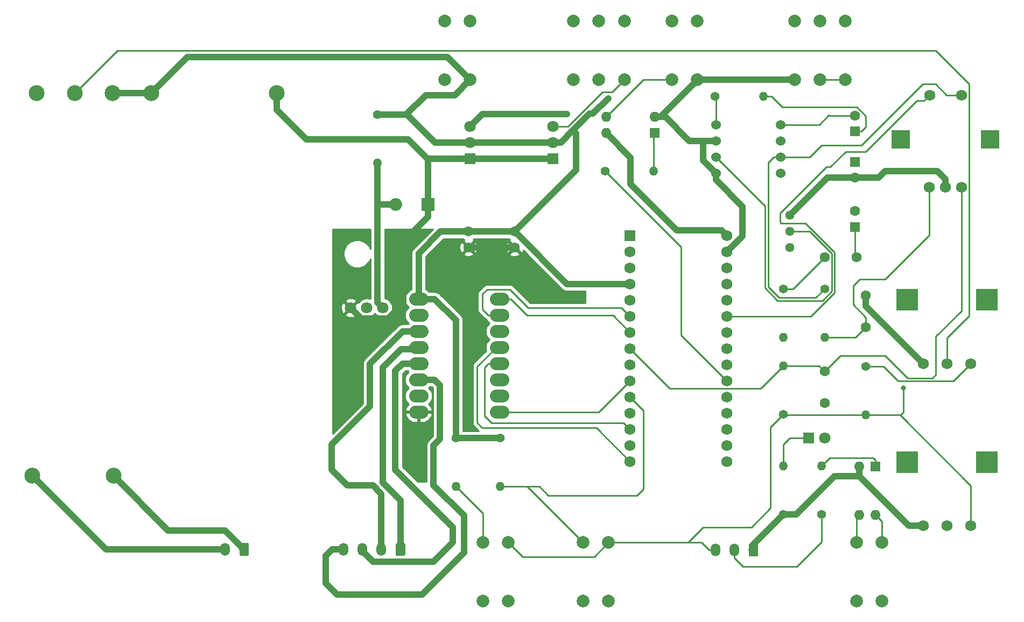
<source format=gbr>
G04 #@! TF.GenerationSoftware,KiCad,Pcbnew,(5.1.4)-1*
G04 #@! TF.CreationDate,2019-11-18T18:48:44+01:00*
G04 #@! TF.ProjectId,upuaut_2Nils,75707561-7574-45f3-924e-696c732e6b69,rev?*
G04 #@! TF.SameCoordinates,Original*
G04 #@! TF.FileFunction,Copper,L1,Top*
G04 #@! TF.FilePolarity,Positive*
%FSLAX46Y46*%
G04 Gerber Fmt 4.6, Leading zero omitted, Abs format (unit mm)*
G04 Created by KiCad (PCBNEW (5.1.4)-1) date 2019-11-18 18:48:44*
%MOMM*%
%LPD*%
G04 APERTURE LIST*
%ADD10O,1.500000X2.020000*%
%ADD11C,0.100000*%
%ADD12C,1.500000*%
%ADD13C,1.800000*%
%ADD14C,2.000000*%
%ADD15R,3.500000X3.500000*%
%ADD16C,1.750000*%
%ADD17R,1.727200X1.727200*%
%ADD18C,1.727200*%
%ADD19O,1.600000X1.600000*%
%ADD20R,1.600000X1.600000*%
%ADD21O,3.048000X2.032000*%
%ADD22C,1.524000*%
%ADD23R,3.000000X3.000000*%
%ADD24R,1.800000X1.800000*%
%ADD25C,2.500000*%
%ADD26C,1.440000*%
%ADD27O,1.400000X1.400000*%
%ADD28C,1.400000*%
%ADD29C,1.600000*%
%ADD30O,2.000000X2.000000*%
%ADD31R,2.000000X2.000000*%
%ADD32C,0.800000*%
%ADD33C,1.000000*%
%ADD34C,0.250000*%
%ADD35C,0.254000*%
G04 APERTURE END LIST*
D10*
X120300000Y-135700000D03*
X123300000Y-135700000D03*
X126300000Y-135700000D03*
D11*
G36*
X129824504Y-134691204D02*
G01*
X129848773Y-134694804D01*
X129872571Y-134700765D01*
X129895671Y-134709030D01*
X129917849Y-134719520D01*
X129938893Y-134732133D01*
X129958598Y-134746747D01*
X129976777Y-134763223D01*
X129993253Y-134781402D01*
X130007867Y-134801107D01*
X130020480Y-134822151D01*
X130030970Y-134844329D01*
X130039235Y-134867429D01*
X130045196Y-134891227D01*
X130048796Y-134915496D01*
X130050000Y-134940000D01*
X130050000Y-136460000D01*
X130048796Y-136484504D01*
X130045196Y-136508773D01*
X130039235Y-136532571D01*
X130030970Y-136555671D01*
X130020480Y-136577849D01*
X130007867Y-136598893D01*
X129993253Y-136618598D01*
X129976777Y-136636777D01*
X129958598Y-136653253D01*
X129938893Y-136667867D01*
X129917849Y-136680480D01*
X129895671Y-136690970D01*
X129872571Y-136699235D01*
X129848773Y-136705196D01*
X129824504Y-136708796D01*
X129800000Y-136710000D01*
X128800000Y-136710000D01*
X128775496Y-136708796D01*
X128751227Y-136705196D01*
X128727429Y-136699235D01*
X128704329Y-136690970D01*
X128682151Y-136680480D01*
X128661107Y-136667867D01*
X128641402Y-136653253D01*
X128623223Y-136636777D01*
X128606747Y-136618598D01*
X128592133Y-136598893D01*
X128579520Y-136577849D01*
X128569030Y-136555671D01*
X128560765Y-136532571D01*
X128554804Y-136508773D01*
X128551204Y-136484504D01*
X128550000Y-136460000D01*
X128550000Y-134940000D01*
X128551204Y-134915496D01*
X128554804Y-134891227D01*
X128560765Y-134867429D01*
X128569030Y-134844329D01*
X128579520Y-134822151D01*
X128592133Y-134801107D01*
X128606747Y-134781402D01*
X128623223Y-134763223D01*
X128641402Y-134746747D01*
X128661107Y-134732133D01*
X128682151Y-134719520D01*
X128704329Y-134709030D01*
X128727429Y-134700765D01*
X128751227Y-134694804D01*
X128775496Y-134691204D01*
X128800000Y-134690000D01*
X129800000Y-134690000D01*
X129824504Y-134691204D01*
X129824504Y-134691204D01*
G37*
D12*
X129300000Y-135700000D03*
D10*
X101700000Y-135700000D03*
D11*
G36*
X105224504Y-134691204D02*
G01*
X105248773Y-134694804D01*
X105272571Y-134700765D01*
X105295671Y-134709030D01*
X105317849Y-134719520D01*
X105338893Y-134732133D01*
X105358598Y-134746747D01*
X105376777Y-134763223D01*
X105393253Y-134781402D01*
X105407867Y-134801107D01*
X105420480Y-134822151D01*
X105430970Y-134844329D01*
X105439235Y-134867429D01*
X105445196Y-134891227D01*
X105448796Y-134915496D01*
X105450000Y-134940000D01*
X105450000Y-136460000D01*
X105448796Y-136484504D01*
X105445196Y-136508773D01*
X105439235Y-136532571D01*
X105430970Y-136555671D01*
X105420480Y-136577849D01*
X105407867Y-136598893D01*
X105393253Y-136618598D01*
X105376777Y-136636777D01*
X105358598Y-136653253D01*
X105338893Y-136667867D01*
X105317849Y-136680480D01*
X105295671Y-136690970D01*
X105272571Y-136699235D01*
X105248773Y-136705196D01*
X105224504Y-136708796D01*
X105200000Y-136710000D01*
X104200000Y-136710000D01*
X104175496Y-136708796D01*
X104151227Y-136705196D01*
X104127429Y-136699235D01*
X104104329Y-136690970D01*
X104082151Y-136680480D01*
X104061107Y-136667867D01*
X104041402Y-136653253D01*
X104023223Y-136636777D01*
X104006747Y-136618598D01*
X103992133Y-136598893D01*
X103979520Y-136577849D01*
X103969030Y-136555671D01*
X103960765Y-136532571D01*
X103954804Y-136508773D01*
X103951204Y-136484504D01*
X103950000Y-136460000D01*
X103950000Y-134940000D01*
X103951204Y-134915496D01*
X103954804Y-134891227D01*
X103960765Y-134867429D01*
X103969030Y-134844329D01*
X103979520Y-134822151D01*
X103992133Y-134801107D01*
X104006747Y-134781402D01*
X104023223Y-134763223D01*
X104041402Y-134746747D01*
X104061107Y-134732133D01*
X104082151Y-134719520D01*
X104104329Y-134709030D01*
X104127429Y-134700765D01*
X104151227Y-134694804D01*
X104175496Y-134691204D01*
X104200000Y-134690000D01*
X105200000Y-134690000D01*
X105224504Y-134691204D01*
X105224504Y-134691204D01*
G37*
D12*
X104700000Y-135700000D03*
D10*
X178800000Y-135800000D03*
X181800000Y-135800000D03*
D11*
G36*
X185324504Y-134791204D02*
G01*
X185348773Y-134794804D01*
X185372571Y-134800765D01*
X185395671Y-134809030D01*
X185417849Y-134819520D01*
X185438893Y-134832133D01*
X185458598Y-134846747D01*
X185476777Y-134863223D01*
X185493253Y-134881402D01*
X185507867Y-134901107D01*
X185520480Y-134922151D01*
X185530970Y-134944329D01*
X185539235Y-134967429D01*
X185545196Y-134991227D01*
X185548796Y-135015496D01*
X185550000Y-135040000D01*
X185550000Y-136560000D01*
X185548796Y-136584504D01*
X185545196Y-136608773D01*
X185539235Y-136632571D01*
X185530970Y-136655671D01*
X185520480Y-136677849D01*
X185507867Y-136698893D01*
X185493253Y-136718598D01*
X185476777Y-136736777D01*
X185458598Y-136753253D01*
X185438893Y-136767867D01*
X185417849Y-136780480D01*
X185395671Y-136790970D01*
X185372571Y-136799235D01*
X185348773Y-136805196D01*
X185324504Y-136808796D01*
X185300000Y-136810000D01*
X184300000Y-136810000D01*
X184275496Y-136808796D01*
X184251227Y-136805196D01*
X184227429Y-136799235D01*
X184204329Y-136790970D01*
X184182151Y-136780480D01*
X184161107Y-136767867D01*
X184141402Y-136753253D01*
X184123223Y-136736777D01*
X184106747Y-136718598D01*
X184092133Y-136698893D01*
X184079520Y-136677849D01*
X184069030Y-136655671D01*
X184060765Y-136632571D01*
X184054804Y-136608773D01*
X184051204Y-136584504D01*
X184050000Y-136560000D01*
X184050000Y-135040000D01*
X184051204Y-135015496D01*
X184054804Y-134991227D01*
X184060765Y-134967429D01*
X184069030Y-134944329D01*
X184079520Y-134922151D01*
X184092133Y-134901107D01*
X184106747Y-134881402D01*
X184123223Y-134863223D01*
X184141402Y-134846747D01*
X184161107Y-134832133D01*
X184182151Y-134819520D01*
X184204329Y-134809030D01*
X184227429Y-134800765D01*
X184251227Y-134794804D01*
X184275496Y-134791204D01*
X184300000Y-134790000D01*
X185300000Y-134790000D01*
X185324504Y-134791204D01*
X185324504Y-134791204D01*
G37*
D12*
X184800000Y-135800000D03*
D13*
X121460000Y-97700000D03*
X124000000Y-97700000D03*
X126540000Y-97700000D03*
D14*
X160500000Y-61800000D03*
X160500000Y-52600000D03*
X156500000Y-61800000D03*
X164500000Y-61800000D03*
X156500000Y-52600000D03*
X164500000Y-52600000D03*
D15*
X221550000Y-96450000D03*
X208950000Y-96450000D03*
D16*
X211500000Y-106450000D03*
X215250000Y-106450000D03*
X219000000Y-106450000D03*
D17*
X165380000Y-86330000D03*
D18*
X165380000Y-88870000D03*
X165380000Y-91410000D03*
X165380000Y-93950000D03*
X165380000Y-96490000D03*
X165380000Y-99030000D03*
X165380000Y-101570000D03*
X165380000Y-104110000D03*
X165380000Y-106650000D03*
X165380000Y-109190000D03*
X165380000Y-111730000D03*
X165380000Y-114270000D03*
X165380000Y-116810000D03*
X165380000Y-119350000D03*
X165380000Y-121890000D03*
X180620000Y-121890000D03*
X180620000Y-119350000D03*
X180620000Y-116810000D03*
X180620000Y-114270000D03*
X180620000Y-111730000D03*
X180620000Y-109190000D03*
X180620000Y-106650000D03*
X180620000Y-104110000D03*
X180620000Y-101570000D03*
X180620000Y-99030000D03*
X180620000Y-96490000D03*
X180620000Y-93950000D03*
X180620000Y-91410000D03*
X180620000Y-88870000D03*
X180620000Y-86330000D03*
D14*
X172000000Y-61800000D03*
X176000000Y-61800000D03*
X172000000Y-52600000D03*
X176000000Y-52600000D03*
D19*
X204000000Y-130320000D03*
X201460000Y-122700000D03*
X201460000Y-130320000D03*
D20*
X204000000Y-122700000D03*
D14*
X162000000Y-134600000D03*
X158000000Y-134600000D03*
X162000000Y-143800000D03*
X158000000Y-143800000D03*
X146250000Y-134600000D03*
X142250000Y-134600000D03*
X146250000Y-143800000D03*
X142250000Y-143800000D03*
X136250000Y-61800000D03*
X140250000Y-61800000D03*
X136250000Y-52600000D03*
X140250000Y-52600000D03*
X205000000Y-134600000D03*
X201000000Y-134600000D03*
X205000000Y-143800000D03*
X201000000Y-143800000D03*
X195250000Y-61800000D03*
X195250000Y-52600000D03*
X191250000Y-61800000D03*
X199250000Y-61800000D03*
X191250000Y-52600000D03*
X199250000Y-52600000D03*
D21*
X144850000Y-96310000D03*
X144850000Y-98850000D03*
X144850000Y-101390000D03*
X144850000Y-103930000D03*
X144850000Y-106470000D03*
X144850000Y-109010000D03*
X144850000Y-111550000D03*
X144850000Y-114090000D03*
X132150000Y-114090000D03*
X132150000Y-111550000D03*
X132150000Y-109010000D03*
X132150000Y-106470000D03*
X132150000Y-103930000D03*
X132150000Y-101390000D03*
X132150000Y-98850000D03*
X132150000Y-96310000D03*
D22*
X189080000Y-68870000D03*
X189080000Y-71410000D03*
X189080000Y-73950000D03*
X189080000Y-76490000D03*
X178920000Y-76490000D03*
X178920000Y-73950000D03*
X178920000Y-71410000D03*
X178920000Y-68870000D03*
D16*
X212500000Y-64200000D03*
X217500000Y-64200000D03*
D23*
X222000000Y-71200000D03*
X208000000Y-71200000D03*
D16*
X215000000Y-78700000D03*
X217540000Y-78700000D03*
X212460000Y-78700000D03*
D15*
X221550000Y-121950000D03*
X208950000Y-121950000D03*
D16*
X211500000Y-131950000D03*
X215250000Y-131950000D03*
X219000000Y-131950000D03*
D24*
X153250000Y-74200000D03*
D13*
X153250000Y-71660000D03*
X153250000Y-69120000D03*
D24*
X140250000Y-74200000D03*
D13*
X140250000Y-71660000D03*
X140250000Y-69120000D03*
D19*
X161630000Y-70200000D03*
X169250000Y-67660000D03*
X161630000Y-67660000D03*
D20*
X169250000Y-70200000D03*
D25*
X84150000Y-124100000D03*
X71400000Y-124100000D03*
X109850000Y-63900000D03*
X90100000Y-63900000D03*
X84050000Y-63900000D03*
X78050000Y-63900000D03*
X72050000Y-63900000D03*
D26*
X190500000Y-83120000D03*
X190500000Y-85660000D03*
X190500000Y-88200000D03*
D27*
X202500000Y-114570000D03*
D28*
X202500000Y-106950000D03*
D27*
X125700000Y-74920000D03*
D28*
X125700000Y-67300000D03*
D27*
X195500000Y-122580000D03*
D28*
X195500000Y-130200000D03*
D27*
X189500000Y-106830000D03*
D28*
X189500000Y-114450000D03*
D27*
X186370000Y-64450000D03*
D28*
X178750000Y-64450000D03*
D27*
X189500000Y-102320000D03*
D28*
X189500000Y-94700000D03*
D27*
X189500000Y-122580000D03*
D28*
X189500000Y-130200000D03*
D27*
X145000000Y-125820000D03*
D28*
X145000000Y-118200000D03*
D27*
X138000000Y-125820000D03*
D28*
X138000000Y-118200000D03*
D27*
X169120000Y-76200000D03*
D28*
X161500000Y-76200000D03*
D27*
X196000000Y-102320000D03*
D28*
X196000000Y-94700000D03*
D29*
X140000000Y-85700000D03*
X140000000Y-88200000D03*
X147250000Y-85700000D03*
X147250000Y-88200000D03*
D30*
X128520000Y-81400000D03*
D31*
X133600000Y-81400000D03*
D13*
X196040000Y-118200000D03*
D24*
X193500000Y-118200000D03*
D29*
X200750000Y-77200000D03*
D20*
X200750000Y-74700000D03*
D29*
X200750000Y-82450000D03*
D20*
X200750000Y-84950000D03*
D29*
X196000000Y-89700000D03*
X201000000Y-89700000D03*
X200750000Y-67450000D03*
D20*
X200750000Y-69950000D03*
D29*
X196000000Y-112700000D03*
X196000000Y-107700000D03*
X202500000Y-100700000D03*
X202500000Y-95700000D03*
D32*
X183100000Y-81747630D03*
X162000000Y-64700000D03*
X208396154Y-110303846D03*
X155500000Y-67200000D03*
D33*
X84050000Y-63900000D02*
X90100000Y-63900000D01*
X134710000Y-71660000D02*
X140250000Y-71660000D01*
X130250000Y-67200000D02*
X134710000Y-71660000D01*
X140250000Y-71660000D02*
X153250000Y-71660000D01*
X170960000Y-67660000D02*
X174710000Y-71410000D01*
X153250000Y-71660000D02*
X154522792Y-71660000D01*
X140250000Y-61800000D02*
X137850000Y-64200000D01*
X133250000Y-64200000D02*
X130250000Y-67200000D01*
X137850000Y-64200000D02*
X133250000Y-64200000D01*
X91349999Y-62650001D02*
X90100000Y-63900000D01*
X95800000Y-58200000D02*
X91349999Y-62650001D01*
X136650000Y-58200000D02*
X95800000Y-58200000D01*
X140250000Y-61800000D02*
X136650000Y-58200000D01*
X145000000Y-118200000D02*
X138000000Y-118200000D01*
X211500000Y-131950000D02*
X209250000Y-131950000D01*
X201460000Y-124160000D02*
X201460000Y-122700000D01*
X209250000Y-131950000D02*
X201460000Y-124160000D01*
X189500000Y-130200000D02*
X191500000Y-130200000D01*
X197540000Y-124160000D02*
X201460000Y-124160000D01*
X191500000Y-130200000D02*
X197540000Y-124160000D01*
X202500000Y-97450000D02*
X211500000Y-106450000D01*
X202500000Y-95700000D02*
X202500000Y-97450000D01*
X215000000Y-77462564D02*
X213737436Y-76200000D01*
X215000000Y-78700000D02*
X215000000Y-77462564D01*
X213737436Y-76200000D02*
X205500000Y-76200000D01*
X204500000Y-77200000D02*
X200750000Y-77200000D01*
X205500000Y-76200000D02*
X204500000Y-77200000D01*
X176020000Y-61800000D02*
X191250000Y-61800000D01*
X170160000Y-67660000D02*
X176020000Y-61800000D01*
X170160000Y-67660000D02*
X170960000Y-67660000D01*
X169250000Y-67660000D02*
X170160000Y-67660000D01*
X140000000Y-85700000D02*
X135600000Y-85700000D01*
X132150000Y-89150000D02*
X132150000Y-96310000D01*
X135600000Y-85700000D02*
X132150000Y-89150000D01*
X140000000Y-85700000D02*
X147250000Y-85700000D01*
X134674000Y-96310000D02*
X132150000Y-96310000D01*
X138000000Y-99636000D02*
X134674000Y-96310000D01*
X138000000Y-118200000D02*
X138000000Y-99636000D01*
X155500000Y-93950000D02*
X147250000Y-85700000D01*
X165380000Y-93950000D02*
X155500000Y-93950000D01*
X176890000Y-74460000D02*
X178920000Y-76490000D01*
X176890000Y-71410000D02*
X176890000Y-74460000D01*
X176890000Y-71410000D02*
X178920000Y-71410000D01*
X174710000Y-71410000D02*
X176890000Y-71410000D01*
X178920000Y-77567630D02*
X183100000Y-81747630D01*
X178920000Y-76490000D02*
X178920000Y-77567630D01*
X183100000Y-86390000D02*
X180620000Y-88870000D01*
X183100000Y-81747630D02*
X183100000Y-86390000D01*
X196420000Y-77200000D02*
X200750000Y-77200000D01*
X190500000Y-83120000D02*
X196420000Y-77200000D01*
X147250000Y-85700000D02*
X156950000Y-76000000D01*
X156950000Y-70250000D02*
X156441396Y-69741396D01*
X156950000Y-76000000D02*
X156950000Y-70250000D01*
X154522792Y-71660000D02*
X156441396Y-69741396D01*
X156441396Y-69741396D02*
X159040000Y-67142792D01*
X161974990Y-64725010D02*
X162000000Y-64725010D01*
X159040000Y-67142792D02*
X159557208Y-67142792D01*
X159557208Y-67142792D02*
X161974990Y-64725010D01*
X130150000Y-67300000D02*
X125700000Y-67300000D01*
X130250000Y-67200000D02*
X130150000Y-67300000D01*
X184800000Y-134900000D02*
X189500000Y-130200000D01*
X184800000Y-135800000D02*
X184800000Y-134900000D01*
D34*
X200880000Y-102320000D02*
X196000000Y-102320000D01*
X202500000Y-100700000D02*
X200880000Y-102320000D01*
X202500000Y-100700000D02*
X202500000Y-99200000D01*
X202500000Y-99200000D02*
X200500000Y-97200000D01*
X200500000Y-97200000D02*
X200500000Y-95738998D01*
X200500000Y-95738998D02*
X200500000Y-94200000D01*
X200500000Y-94200000D02*
X201500000Y-93200000D01*
X201500000Y-93200000D02*
X205500000Y-93200000D01*
X205500000Y-93200000D02*
X208500000Y-90200000D01*
X212460000Y-86240000D02*
X212460000Y-79240000D01*
X208500000Y-90200000D02*
X212460000Y-86240000D01*
X212460000Y-79240000D02*
X212500000Y-79200000D01*
X195130000Y-106830000D02*
X189500000Y-106830000D01*
X196000000Y-107700000D02*
X195130000Y-106830000D01*
X217540000Y-79240000D02*
X217540000Y-78700000D01*
X213500000Y-102200000D02*
X217540000Y-98160000D01*
X217540000Y-98160000D02*
X217540000Y-79240000D01*
X198500000Y-105200000D02*
X205500000Y-105200000D01*
X196000000Y-107700000D02*
X198500000Y-105200000D01*
X205500000Y-105200000D02*
X209049990Y-108749990D01*
X209049990Y-108749990D02*
X212950010Y-108749990D01*
X212950010Y-108749990D02*
X213500000Y-108200000D01*
X213500000Y-108200000D02*
X213500000Y-102200000D01*
X188800001Y-107529999D02*
X189500000Y-106830000D01*
X185951399Y-110378601D02*
X188800001Y-107529999D01*
X171648601Y-110378601D02*
X185951399Y-110378601D01*
X165380000Y-104110000D02*
X171648601Y-110378601D01*
X201800000Y-69950000D02*
X202500000Y-69250000D01*
X200750000Y-69950000D02*
X201800000Y-69950000D01*
X202500000Y-67534998D02*
X201065002Y-66100000D01*
X202500000Y-69250000D02*
X202500000Y-67534998D01*
X201065002Y-66100000D02*
X189300000Y-66100000D01*
X187650000Y-64450000D02*
X186370000Y-64450000D01*
X189300000Y-66100000D02*
X187650000Y-64450000D01*
X189080000Y-68870000D02*
X195170000Y-68870000D01*
X195170000Y-68870000D02*
X196640000Y-67400000D01*
X196690000Y-67450000D02*
X200750000Y-67450000D01*
X196640000Y-67400000D02*
X196690000Y-67450000D01*
X200750000Y-89450000D02*
X201000000Y-89700000D01*
X200750000Y-84950000D02*
X200750000Y-89450000D01*
X191000000Y-94700000D02*
X196000000Y-89700000D01*
X189500000Y-94700000D02*
X191000000Y-94700000D01*
X195250000Y-61800000D02*
X199250000Y-61800000D01*
X189500000Y-122580000D02*
X189500000Y-119200000D01*
X190500000Y-118200000D02*
X193500000Y-118200000D01*
X189500000Y-119200000D02*
X190500000Y-118200000D01*
D33*
X124250000Y-71200000D02*
X130500000Y-71200000D01*
X133500000Y-74200000D02*
X140250000Y-74200000D01*
X130500000Y-71200000D02*
X133500000Y-74200000D01*
X142150000Y-74200000D02*
X153250000Y-74200000D01*
X140250000Y-74200000D02*
X142150000Y-74200000D01*
X120500000Y-71200000D02*
X124250000Y-71200000D01*
X147250000Y-88200000D02*
X140000000Y-88200000D01*
X109850000Y-66550000D02*
X114500000Y-71200000D01*
X109850000Y-63900000D02*
X109850000Y-66550000D01*
X114500000Y-71200000D02*
X120500000Y-71200000D01*
X133600000Y-74300000D02*
X133500000Y-74200000D01*
X133600000Y-81400000D02*
X133600000Y-74300000D01*
X133600000Y-83400000D02*
X133600000Y-81400000D01*
X129725990Y-87274010D02*
X133600000Y-83400000D01*
X129725990Y-96973772D02*
X129725990Y-87274010D01*
X127337761Y-99362001D02*
X129725990Y-96973772D01*
X123122001Y-99362001D02*
X127337761Y-99362001D01*
X121460000Y-97700000D02*
X123122001Y-99362001D01*
X125700000Y-96860000D02*
X126540000Y-97700000D01*
X127105787Y-81400000D02*
X125700000Y-81400000D01*
X128520000Y-81400000D02*
X127105787Y-81400000D01*
X125700000Y-74920000D02*
X125700000Y-81400000D01*
X125700000Y-81400000D02*
X125700000Y-96860000D01*
D34*
X146250000Y-134600000D02*
X148500000Y-136850000D01*
X159750000Y-136850000D02*
X162000000Y-134600000D01*
X148500000Y-136850000D02*
X159750000Y-136850000D01*
X162000000Y-134600000D02*
X174500000Y-134600000D01*
X202500000Y-114570000D02*
X207870000Y-114570000D01*
X219000000Y-125700000D02*
X219000000Y-131950000D01*
X207870000Y-114570000D02*
X219000000Y-125700000D01*
X187500000Y-116450000D02*
X189500000Y-114450000D01*
X187500000Y-129200000D02*
X187500000Y-116450000D01*
X184500000Y-132200000D02*
X187500000Y-129200000D01*
X174500000Y-134600000D02*
X176900000Y-132200000D01*
X176900000Y-132200000D02*
X184500000Y-132200000D01*
X189620000Y-114570000D02*
X189500000Y-114450000D01*
X202500000Y-114570000D02*
X189620000Y-114570000D01*
X188002370Y-73950000D02*
X187100000Y-74852370D01*
X189080000Y-73950000D02*
X188002370Y-73950000D01*
X187100000Y-74852370D02*
X187100000Y-94400000D01*
X187100000Y-94400000D02*
X188800000Y-96100000D01*
X194600000Y-96100000D02*
X196000000Y-94700000D01*
X188800000Y-96100000D02*
X194600000Y-96100000D01*
X193650000Y-73950000D02*
X189080000Y-73950000D01*
X215200000Y-64200000D02*
X213500000Y-62500000D01*
X213500000Y-62500000D02*
X211400000Y-62500000D01*
X211400000Y-62500000D02*
X201800000Y-72100000D01*
X201800000Y-72100000D02*
X195500000Y-72100000D01*
X217500000Y-64200000D02*
X215200000Y-64200000D01*
X195500000Y-72100000D02*
X193650000Y-73950000D01*
X155613210Y-69120000D02*
X161033210Y-63700000D01*
X153250000Y-69120000D02*
X155613210Y-69120000D01*
X162600000Y-63700000D02*
X164500000Y-61800000D01*
X161033210Y-63700000D02*
X162600000Y-63700000D01*
X208396154Y-110303846D02*
X208396154Y-114103846D01*
X207930000Y-114570000D02*
X207870000Y-114570000D01*
X208396154Y-114103846D02*
X207930000Y-114570000D01*
X176600000Y-134600000D02*
X174500000Y-134600000D01*
X177800000Y-135800000D02*
X176600000Y-134600000D01*
X178800000Y-135800000D02*
X177800000Y-135800000D01*
X169120000Y-70330000D02*
X169250000Y-70200000D01*
X169120000Y-76200000D02*
X169120000Y-70330000D01*
X161500000Y-76200000D02*
X173400000Y-88100000D01*
X173400000Y-101970000D02*
X180620000Y-109190000D01*
X173400000Y-88100000D02*
X173400000Y-101970000D01*
X142250000Y-130070000D02*
X138000000Y-125820000D01*
X142250000Y-134600000D02*
X142250000Y-130070000D01*
X149220000Y-125820000D02*
X158000000Y-134600000D01*
X145000000Y-125820000D02*
X149220000Y-125820000D01*
X165380000Y-111730000D02*
X167500000Y-113850000D01*
X167500000Y-113850000D02*
X167500000Y-126200000D01*
X167500000Y-126200000D02*
X166500000Y-127200000D01*
X166500000Y-127200000D02*
X152500000Y-127200000D01*
X151120000Y-125820000D02*
X149220000Y-125820000D01*
X152500000Y-127200000D02*
X151120000Y-125820000D01*
X178920000Y-64620000D02*
X178750000Y-64450000D01*
X178920000Y-68870000D02*
X178920000Y-64620000D01*
X204000000Y-121650000D02*
X203650000Y-121300000D01*
X204000000Y-122700000D02*
X204000000Y-121650000D01*
X196780000Y-121300000D02*
X195500000Y-122580000D01*
X203650000Y-121300000D02*
X196780000Y-121300000D01*
X181800000Y-137060000D02*
X183140000Y-138400000D01*
X181800000Y-135800000D02*
X181800000Y-137060000D01*
X183140000Y-138400000D02*
X191600000Y-138400000D01*
X195500000Y-134500000D02*
X195500000Y-130200000D01*
X191600000Y-138400000D02*
X195500000Y-134500000D01*
X202500000Y-106950000D02*
X205250000Y-106950000D01*
X205250000Y-106950000D02*
X207500000Y-109200000D01*
X216250000Y-109200000D02*
X219000000Y-106450000D01*
X207500000Y-109200000D02*
X216250000Y-109200000D01*
X191518233Y-85660000D02*
X190500000Y-85660000D01*
X193625002Y-85660000D02*
X191518233Y-85660000D01*
X195666992Y-96550010D02*
X197125001Y-95092001D01*
X197125001Y-89159999D02*
X193625002Y-85660000D01*
X188613600Y-96550010D02*
X195666992Y-96550010D01*
X186649991Y-94586401D02*
X188613600Y-96550010D01*
X197125001Y-95092001D02*
X197125001Y-89159999D01*
X186649990Y-81679990D02*
X186649991Y-94586401D01*
X178920000Y-73950000D02*
X186649990Y-81679990D01*
X84775010Y-57174990D02*
X213474990Y-57174990D01*
X78050000Y-63900000D02*
X84775010Y-57174990D01*
X218740001Y-62440001D02*
X218740001Y-98959999D01*
X213474990Y-57174990D02*
X218740001Y-62440001D01*
X215250000Y-102450000D02*
X215250000Y-106450000D01*
X218740001Y-98959999D02*
X215250000Y-102450000D01*
D33*
X83000000Y-135700000D02*
X101700000Y-135700000D01*
X71400000Y-124100000D02*
X83000000Y-135700000D01*
X84150000Y-124100000D02*
X92749999Y-132699999D01*
X101699999Y-132699999D02*
X104700000Y-135700000D01*
X92749999Y-132699999D02*
X101699999Y-132699999D01*
D34*
X167490000Y-61800000D02*
X161630000Y-67660000D01*
X172000000Y-61800000D02*
X167490000Y-61800000D01*
D33*
X179756401Y-85466401D02*
X172766401Y-85466401D01*
X180620000Y-86330000D02*
X179756401Y-85466401D01*
X172766401Y-85466401D02*
X165500000Y-78200000D01*
X165500000Y-74070000D02*
X161630000Y-70200000D01*
X165500000Y-78200000D02*
X165500000Y-74070000D01*
X140250000Y-69120000D02*
X142170000Y-67200000D01*
X142170000Y-67200000D02*
X155500000Y-67200000D01*
X134674000Y-109010000D02*
X132150000Y-109010000D01*
X135500000Y-109836000D02*
X134674000Y-109010000D01*
X135500000Y-118331998D02*
X135500000Y-109836000D01*
X134500000Y-119331998D02*
X135500000Y-118331998D01*
X139300000Y-130400000D02*
X134500000Y-125600000D01*
X134500000Y-125600000D02*
X134500000Y-119331998D01*
X118550000Y-135700000D02*
X117500000Y-136750000D01*
X120300000Y-135700000D02*
X118550000Y-135700000D01*
X117500000Y-136750000D02*
X117500000Y-141000000D01*
X117500000Y-141000000D02*
X119300000Y-142800000D01*
X119300000Y-142800000D02*
X132700000Y-142800000D01*
X132700000Y-142800000D02*
X139300000Y-136200000D01*
X139300000Y-136200000D02*
X139300000Y-130400000D01*
X129300000Y-134590000D02*
X129300000Y-135700000D01*
X129300000Y-128020088D02*
X129300000Y-134590000D01*
X132150000Y-103930000D02*
X131070000Y-103930000D01*
X131070000Y-103930000D02*
X130800000Y-104200000D01*
X130800000Y-104200000D02*
X129356000Y-104200000D01*
X129356000Y-104200000D02*
X126500000Y-107056000D01*
X126500000Y-107056000D02*
X126500000Y-125220088D01*
X126500000Y-125220088D02*
X129300000Y-128020088D01*
X124955510Y-125655510D02*
X120955510Y-125655510D01*
X120955510Y-125655510D02*
X118500000Y-123200000D01*
X118500000Y-123200000D02*
X118500000Y-119200000D01*
X118500000Y-119200000D02*
X124500000Y-113200000D01*
X129626000Y-101390000D02*
X132150000Y-101390000D01*
X124500000Y-106516000D02*
X129626000Y-101390000D01*
X124500000Y-113200000D02*
X124500000Y-106516000D01*
X126300000Y-127000000D02*
X126300000Y-135700000D01*
X124955510Y-125655510D02*
X126300000Y-127000000D01*
X128500000Y-107596000D02*
X129626000Y-106470000D01*
X128500000Y-123200000D02*
X128500000Y-107596000D01*
X123300000Y-135700000D02*
X123300000Y-135960000D01*
X124959999Y-137619999D02*
X134480001Y-137619999D01*
X123300000Y-135960000D02*
X124959999Y-137619999D01*
X134480001Y-137619999D02*
X137500000Y-134600000D01*
X129626000Y-106470000D02*
X132150000Y-106470000D01*
X137500000Y-134600000D02*
X137500000Y-132200000D01*
X137500000Y-132200000D02*
X128500000Y-123200000D01*
D34*
X197575010Y-95278402D02*
X193823412Y-99030000D01*
X197575011Y-88973599D02*
X197575010Y-95278402D01*
X192966413Y-84365001D02*
X197575011Y-88973599D01*
X189165001Y-84365001D02*
X192966413Y-84365001D01*
X189000000Y-82777398D02*
X189000000Y-84200000D01*
X196277398Y-75500000D02*
X189000000Y-82777398D01*
X189000000Y-84200000D02*
X189165001Y-84365001D01*
X211625001Y-65074999D02*
X210539999Y-65074999D01*
X212500000Y-64200000D02*
X211625001Y-65074999D01*
X210539999Y-65074999D02*
X202500000Y-73114998D01*
X202500000Y-73114998D02*
X199285002Y-73114998D01*
X193823412Y-99030000D02*
X180620000Y-99030000D01*
X199285002Y-73114998D02*
X196900000Y-75500000D01*
X196900000Y-75500000D02*
X196277398Y-75500000D01*
X160480000Y-114090000D02*
X165380000Y-109190000D01*
X144850000Y-114090000D02*
X160480000Y-114090000D01*
X143076000Y-106470000D02*
X142946000Y-106600000D01*
X144850000Y-106470000D02*
X143076000Y-106470000D01*
X142946000Y-106600000D02*
X142946000Y-106654000D01*
X142946000Y-106654000D02*
X142500000Y-107100000D01*
X142500000Y-107100000D02*
X142500000Y-114700000D01*
X142500000Y-114700000D02*
X143600000Y-115800000D01*
X164370000Y-115800000D02*
X165380000Y-116810000D01*
X143600000Y-115800000D02*
X164370000Y-115800000D01*
X144342000Y-103930000D02*
X141372000Y-106900000D01*
X144850000Y-103930000D02*
X144342000Y-103930000D01*
X141372000Y-106900000D02*
X141372000Y-115772000D01*
X141372000Y-115772000D02*
X142200000Y-116600000D01*
X160090000Y-116600000D02*
X165380000Y-121890000D01*
X142200000Y-116600000D02*
X160090000Y-116600000D01*
X164050000Y-97700000D02*
X165380000Y-99030000D01*
X143076000Y-98850000D02*
X142200000Y-97974000D01*
X144850000Y-98850000D02*
X143076000Y-98850000D01*
X149400000Y-97700000D02*
X164050000Y-97700000D01*
X142200000Y-97974000D02*
X142200000Y-95500000D01*
X142200000Y-95500000D02*
X142900000Y-94800000D01*
X142900000Y-94800000D02*
X146500000Y-94800000D01*
X146500000Y-94800000D02*
X149400000Y-97700000D01*
X146624000Y-96310000D02*
X149214000Y-98900000D01*
X144850000Y-96310000D02*
X146624000Y-96310000D01*
X162710000Y-98900000D02*
X165380000Y-101570000D01*
X149214000Y-98900000D02*
X162710000Y-98900000D01*
X201000000Y-130780000D02*
X201460000Y-130320000D01*
X201000000Y-134600000D02*
X201000000Y-130780000D01*
X205000000Y-131320000D02*
X204000000Y-130320000D01*
X205000000Y-134600000D02*
X205000000Y-131320000D01*
D35*
G36*
X130468918Y-107643082D02*
G01*
X130587014Y-107740000D01*
X130468918Y-107836918D01*
X130262602Y-108088316D01*
X130109295Y-108375133D01*
X130014889Y-108686347D01*
X129983012Y-109010000D01*
X130014889Y-109333653D01*
X130109295Y-109644867D01*
X130262602Y-109931684D01*
X130468918Y-110183082D01*
X130587014Y-110280000D01*
X130468918Y-110376918D01*
X130262602Y-110628316D01*
X130109295Y-110915133D01*
X130014889Y-111226347D01*
X129983012Y-111550000D01*
X130014889Y-111873653D01*
X130109295Y-112184867D01*
X130262602Y-112471684D01*
X130468918Y-112723082D01*
X130586225Y-112819353D01*
X130384764Y-113012369D01*
X130198686Y-113278350D01*
X130068074Y-113575522D01*
X130036025Y-113707056D01*
X130155164Y-113963000D01*
X132023000Y-113963000D01*
X132023000Y-113943000D01*
X132277000Y-113943000D01*
X132277000Y-113963000D01*
X134144836Y-113963000D01*
X134263975Y-113707056D01*
X134231926Y-113575522D01*
X134101314Y-113278350D01*
X133915236Y-113012369D01*
X133713775Y-112819353D01*
X133831082Y-112723082D01*
X134037398Y-112471684D01*
X134190705Y-112184867D01*
X134285111Y-111873653D01*
X134316988Y-111550000D01*
X134285111Y-111226347D01*
X134190705Y-110915133D01*
X134037398Y-110628316D01*
X133831082Y-110376918D01*
X133712986Y-110280000D01*
X133831082Y-110183082D01*
X133862335Y-110145000D01*
X134203869Y-110145000D01*
X134365001Y-110306133D01*
X134365000Y-117861866D01*
X133736859Y-118490007D01*
X133693552Y-118525549D01*
X133551717Y-118698375D01*
X133514265Y-118768444D01*
X133446324Y-118895552D01*
X133381423Y-119109500D01*
X133359509Y-119331998D01*
X133365001Y-119387759D01*
X133365000Y-125073000D01*
X131978131Y-125073000D01*
X129635000Y-122729869D01*
X129635000Y-114472944D01*
X130036025Y-114472944D01*
X130068074Y-114604478D01*
X130198686Y-114901650D01*
X130384764Y-115167631D01*
X130619157Y-115392199D01*
X130892857Y-115566724D01*
X131195346Y-115684500D01*
X131515000Y-115741000D01*
X132023000Y-115741000D01*
X132023000Y-114217000D01*
X132277000Y-114217000D01*
X132277000Y-115741000D01*
X132785000Y-115741000D01*
X133104654Y-115684500D01*
X133407143Y-115566724D01*
X133680843Y-115392199D01*
X133915236Y-115167631D01*
X134101314Y-114901650D01*
X134231926Y-114604478D01*
X134263975Y-114472944D01*
X134144836Y-114217000D01*
X132277000Y-114217000D01*
X132023000Y-114217000D01*
X130155164Y-114217000D01*
X130036025Y-114472944D01*
X129635000Y-114472944D01*
X129635000Y-108066131D01*
X130096132Y-107605000D01*
X130437665Y-107605000D01*
X130468918Y-107643082D01*
X130468918Y-107643082D01*
G37*
X130468918Y-107643082D02*
X130587014Y-107740000D01*
X130468918Y-107836918D01*
X130262602Y-108088316D01*
X130109295Y-108375133D01*
X130014889Y-108686347D01*
X129983012Y-109010000D01*
X130014889Y-109333653D01*
X130109295Y-109644867D01*
X130262602Y-109931684D01*
X130468918Y-110183082D01*
X130587014Y-110280000D01*
X130468918Y-110376918D01*
X130262602Y-110628316D01*
X130109295Y-110915133D01*
X130014889Y-111226347D01*
X129983012Y-111550000D01*
X130014889Y-111873653D01*
X130109295Y-112184867D01*
X130262602Y-112471684D01*
X130468918Y-112723082D01*
X130586225Y-112819353D01*
X130384764Y-113012369D01*
X130198686Y-113278350D01*
X130068074Y-113575522D01*
X130036025Y-113707056D01*
X130155164Y-113963000D01*
X132023000Y-113963000D01*
X132023000Y-113943000D01*
X132277000Y-113943000D01*
X132277000Y-113963000D01*
X134144836Y-113963000D01*
X134263975Y-113707056D01*
X134231926Y-113575522D01*
X134101314Y-113278350D01*
X133915236Y-113012369D01*
X133713775Y-112819353D01*
X133831082Y-112723082D01*
X134037398Y-112471684D01*
X134190705Y-112184867D01*
X134285111Y-111873653D01*
X134316988Y-111550000D01*
X134285111Y-111226347D01*
X134190705Y-110915133D01*
X134037398Y-110628316D01*
X133831082Y-110376918D01*
X133712986Y-110280000D01*
X133831082Y-110183082D01*
X133862335Y-110145000D01*
X134203869Y-110145000D01*
X134365001Y-110306133D01*
X134365000Y-117861866D01*
X133736859Y-118490007D01*
X133693552Y-118525549D01*
X133551717Y-118698375D01*
X133514265Y-118768444D01*
X133446324Y-118895552D01*
X133381423Y-119109500D01*
X133359509Y-119331998D01*
X133365001Y-119387759D01*
X133365000Y-125073000D01*
X131978131Y-125073000D01*
X129635000Y-122729869D01*
X129635000Y-114472944D01*
X130036025Y-114472944D01*
X130068074Y-114604478D01*
X130198686Y-114901650D01*
X130384764Y-115167631D01*
X130619157Y-115392199D01*
X130892857Y-115566724D01*
X131195346Y-115684500D01*
X131515000Y-115741000D01*
X132023000Y-115741000D01*
X132023000Y-114217000D01*
X132277000Y-114217000D01*
X132277000Y-115741000D01*
X132785000Y-115741000D01*
X133104654Y-115684500D01*
X133407143Y-115566724D01*
X133680843Y-115392199D01*
X133915236Y-115167631D01*
X134101314Y-114901650D01*
X134231926Y-114604478D01*
X134263975Y-114472944D01*
X134144836Y-114217000D01*
X132277000Y-114217000D01*
X132023000Y-114217000D01*
X130155164Y-114217000D01*
X130036025Y-114472944D01*
X129635000Y-114472944D01*
X129635000Y-108066131D01*
X130096132Y-107605000D01*
X130437665Y-107605000D01*
X130468918Y-107643082D01*
G36*
X124565000Y-88451156D02*
G01*
X124444636Y-88160570D01*
X124204488Y-87801163D01*
X123898837Y-87495512D01*
X123539430Y-87255364D01*
X123140078Y-87089947D01*
X122716128Y-87005618D01*
X122283872Y-87005618D01*
X121859922Y-87089947D01*
X121460570Y-87255364D01*
X121101163Y-87495512D01*
X120795512Y-87801163D01*
X120555364Y-88160570D01*
X120389947Y-88559922D01*
X120305618Y-88983872D01*
X120305618Y-89416128D01*
X120389947Y-89840078D01*
X120555364Y-90239430D01*
X120795512Y-90598837D01*
X121101163Y-90904488D01*
X121460570Y-91144636D01*
X121859922Y-91310053D01*
X122283872Y-91394382D01*
X122716128Y-91394382D01*
X123140078Y-91310053D01*
X123539430Y-91144636D01*
X123898837Y-90904488D01*
X124204488Y-90598837D01*
X124444636Y-90239430D01*
X124565001Y-89948844D01*
X124565001Y-96272559D01*
X124447743Y-96223989D01*
X124151184Y-96165000D01*
X123848816Y-96165000D01*
X123552257Y-96223989D01*
X123272905Y-96339701D01*
X123021495Y-96507688D01*
X122807688Y-96721495D01*
X122705049Y-96875105D01*
X122524080Y-96815525D01*
X121639605Y-97700000D01*
X122524080Y-98584475D01*
X122705049Y-98524895D01*
X122807688Y-98678505D01*
X123021495Y-98892312D01*
X123272905Y-99060299D01*
X123552257Y-99176011D01*
X123848816Y-99235000D01*
X124151184Y-99235000D01*
X124447743Y-99176011D01*
X124727095Y-99060299D01*
X124978505Y-98892312D01*
X125192312Y-98678505D01*
X125270000Y-98562237D01*
X125347688Y-98678505D01*
X125561495Y-98892312D01*
X125812905Y-99060299D01*
X126092257Y-99176011D01*
X126388816Y-99235000D01*
X126691184Y-99235000D01*
X126987743Y-99176011D01*
X127267095Y-99060299D01*
X127518505Y-98892312D01*
X127732312Y-98678505D01*
X127900299Y-98427095D01*
X128016011Y-98147743D01*
X128075000Y-97851184D01*
X128075000Y-97548816D01*
X128016011Y-97252257D01*
X127900299Y-96972905D01*
X127732312Y-96721495D01*
X127518505Y-96507688D01*
X127267095Y-96339701D01*
X126987743Y-96223989D01*
X126835000Y-96193607D01*
X126835000Y-85327000D01*
X134367868Y-85327000D01*
X131386865Y-88308004D01*
X131343551Y-88343551D01*
X131201716Y-88516377D01*
X131112672Y-88682969D01*
X131096324Y-88713554D01*
X131031423Y-88927502D01*
X131009509Y-89150000D01*
X131015000Y-89205752D01*
X131015001Y-94774908D01*
X131007133Y-94777295D01*
X130720316Y-94930602D01*
X130468918Y-95136918D01*
X130262602Y-95388316D01*
X130109295Y-95675133D01*
X130014889Y-95986347D01*
X129983012Y-96310000D01*
X130014889Y-96633653D01*
X130109295Y-96944867D01*
X130262602Y-97231684D01*
X130468918Y-97483082D01*
X130587014Y-97580000D01*
X130468918Y-97676918D01*
X130262602Y-97928316D01*
X130109295Y-98215133D01*
X130014889Y-98526347D01*
X129983012Y-98850000D01*
X130014889Y-99173653D01*
X130109295Y-99484867D01*
X130262602Y-99771684D01*
X130468918Y-100023082D01*
X130587014Y-100120000D01*
X130468918Y-100216918D01*
X130437665Y-100255000D01*
X129681752Y-100255000D01*
X129626000Y-100249509D01*
X129403501Y-100271423D01*
X129189553Y-100336324D01*
X128992377Y-100441716D01*
X128862856Y-100548011D01*
X128862854Y-100548013D01*
X128819551Y-100583551D01*
X128784013Y-100626854D01*
X123736860Y-105674009D01*
X123693552Y-105709551D01*
X123551717Y-105882377D01*
X123507541Y-105965026D01*
X123446324Y-106079554D01*
X123381423Y-106293502D01*
X123359509Y-106516000D01*
X123365001Y-106571761D01*
X123365000Y-112729868D01*
X118627000Y-117467869D01*
X118627000Y-98764080D01*
X120575525Y-98764080D01*
X120659208Y-99018261D01*
X120931775Y-99149158D01*
X121224642Y-99224365D01*
X121526553Y-99240991D01*
X121825907Y-99198397D01*
X122111199Y-99098222D01*
X122260792Y-99018261D01*
X122344475Y-98764080D01*
X121460000Y-97879605D01*
X120575525Y-98764080D01*
X118627000Y-98764080D01*
X118627000Y-97766553D01*
X119919009Y-97766553D01*
X119961603Y-98065907D01*
X120061778Y-98351199D01*
X120141739Y-98500792D01*
X120395920Y-98584475D01*
X121280395Y-97700000D01*
X120395920Y-96815525D01*
X120141739Y-96899208D01*
X120010842Y-97171775D01*
X119935635Y-97464642D01*
X119919009Y-97766553D01*
X118627000Y-97766553D01*
X118627000Y-96635920D01*
X120575525Y-96635920D01*
X121460000Y-97520395D01*
X122344475Y-96635920D01*
X122260792Y-96381739D01*
X121988225Y-96250842D01*
X121695358Y-96175635D01*
X121393447Y-96159009D01*
X121094093Y-96201603D01*
X120808801Y-96301778D01*
X120659208Y-96381739D01*
X120575525Y-96635920D01*
X118627000Y-96635920D01*
X118627000Y-85327000D01*
X124565000Y-85327000D01*
X124565000Y-88451156D01*
X124565000Y-88451156D01*
G37*
X124565000Y-88451156D02*
X124444636Y-88160570D01*
X124204488Y-87801163D01*
X123898837Y-87495512D01*
X123539430Y-87255364D01*
X123140078Y-87089947D01*
X122716128Y-87005618D01*
X122283872Y-87005618D01*
X121859922Y-87089947D01*
X121460570Y-87255364D01*
X121101163Y-87495512D01*
X120795512Y-87801163D01*
X120555364Y-88160570D01*
X120389947Y-88559922D01*
X120305618Y-88983872D01*
X120305618Y-89416128D01*
X120389947Y-89840078D01*
X120555364Y-90239430D01*
X120795512Y-90598837D01*
X121101163Y-90904488D01*
X121460570Y-91144636D01*
X121859922Y-91310053D01*
X122283872Y-91394382D01*
X122716128Y-91394382D01*
X123140078Y-91310053D01*
X123539430Y-91144636D01*
X123898837Y-90904488D01*
X124204488Y-90598837D01*
X124444636Y-90239430D01*
X124565001Y-89948844D01*
X124565001Y-96272559D01*
X124447743Y-96223989D01*
X124151184Y-96165000D01*
X123848816Y-96165000D01*
X123552257Y-96223989D01*
X123272905Y-96339701D01*
X123021495Y-96507688D01*
X122807688Y-96721495D01*
X122705049Y-96875105D01*
X122524080Y-96815525D01*
X121639605Y-97700000D01*
X122524080Y-98584475D01*
X122705049Y-98524895D01*
X122807688Y-98678505D01*
X123021495Y-98892312D01*
X123272905Y-99060299D01*
X123552257Y-99176011D01*
X123848816Y-99235000D01*
X124151184Y-99235000D01*
X124447743Y-99176011D01*
X124727095Y-99060299D01*
X124978505Y-98892312D01*
X125192312Y-98678505D01*
X125270000Y-98562237D01*
X125347688Y-98678505D01*
X125561495Y-98892312D01*
X125812905Y-99060299D01*
X126092257Y-99176011D01*
X126388816Y-99235000D01*
X126691184Y-99235000D01*
X126987743Y-99176011D01*
X127267095Y-99060299D01*
X127518505Y-98892312D01*
X127732312Y-98678505D01*
X127900299Y-98427095D01*
X128016011Y-98147743D01*
X128075000Y-97851184D01*
X128075000Y-97548816D01*
X128016011Y-97252257D01*
X127900299Y-96972905D01*
X127732312Y-96721495D01*
X127518505Y-96507688D01*
X127267095Y-96339701D01*
X126987743Y-96223989D01*
X126835000Y-96193607D01*
X126835000Y-85327000D01*
X134367868Y-85327000D01*
X131386865Y-88308004D01*
X131343551Y-88343551D01*
X131201716Y-88516377D01*
X131112672Y-88682969D01*
X131096324Y-88713554D01*
X131031423Y-88927502D01*
X131009509Y-89150000D01*
X131015000Y-89205752D01*
X131015001Y-94774908D01*
X131007133Y-94777295D01*
X130720316Y-94930602D01*
X130468918Y-95136918D01*
X130262602Y-95388316D01*
X130109295Y-95675133D01*
X130014889Y-95986347D01*
X129983012Y-96310000D01*
X130014889Y-96633653D01*
X130109295Y-96944867D01*
X130262602Y-97231684D01*
X130468918Y-97483082D01*
X130587014Y-97580000D01*
X130468918Y-97676918D01*
X130262602Y-97928316D01*
X130109295Y-98215133D01*
X130014889Y-98526347D01*
X129983012Y-98850000D01*
X130014889Y-99173653D01*
X130109295Y-99484867D01*
X130262602Y-99771684D01*
X130468918Y-100023082D01*
X130587014Y-100120000D01*
X130468918Y-100216918D01*
X130437665Y-100255000D01*
X129681752Y-100255000D01*
X129626000Y-100249509D01*
X129403501Y-100271423D01*
X129189553Y-100336324D01*
X128992377Y-100441716D01*
X128862856Y-100548011D01*
X128862854Y-100548013D01*
X128819551Y-100583551D01*
X128784013Y-100626854D01*
X123736860Y-105674009D01*
X123693552Y-105709551D01*
X123551717Y-105882377D01*
X123507541Y-105965026D01*
X123446324Y-106079554D01*
X123381423Y-106293502D01*
X123359509Y-106516000D01*
X123365001Y-106571761D01*
X123365000Y-112729868D01*
X118627000Y-117467869D01*
X118627000Y-98764080D01*
X120575525Y-98764080D01*
X120659208Y-99018261D01*
X120931775Y-99149158D01*
X121224642Y-99224365D01*
X121526553Y-99240991D01*
X121825907Y-99198397D01*
X122111199Y-99098222D01*
X122260792Y-99018261D01*
X122344475Y-98764080D01*
X121460000Y-97879605D01*
X120575525Y-98764080D01*
X118627000Y-98764080D01*
X118627000Y-97766553D01*
X119919009Y-97766553D01*
X119961603Y-98065907D01*
X120061778Y-98351199D01*
X120141739Y-98500792D01*
X120395920Y-98584475D01*
X121280395Y-97700000D01*
X120395920Y-96815525D01*
X120141739Y-96899208D01*
X120010842Y-97171775D01*
X119935635Y-97464642D01*
X119919009Y-97766553D01*
X118627000Y-97766553D01*
X118627000Y-96635920D01*
X120575525Y-96635920D01*
X121460000Y-97520395D01*
X122344475Y-96635920D01*
X122260792Y-96381739D01*
X121988225Y-96250842D01*
X121695358Y-96175635D01*
X121393447Y-96159009D01*
X121094093Y-96201603D01*
X120808801Y-96301778D01*
X120659208Y-96381739D01*
X120575525Y-96635920D01*
X118627000Y-96635920D01*
X118627000Y-85327000D01*
X124565000Y-85327000D01*
X124565000Y-88451156D01*
G36*
X139285869Y-86948692D02*
G01*
X139258486Y-86963329D01*
X139186903Y-87207298D01*
X140000000Y-88020395D01*
X140813097Y-87207298D01*
X140741514Y-86963329D01*
X140712659Y-86949676D01*
X140884284Y-86835000D01*
X146365716Y-86835000D01*
X146535869Y-86948692D01*
X146508486Y-86963329D01*
X146436903Y-87207298D01*
X147250000Y-88020395D01*
X147264143Y-88006253D01*
X147443748Y-88185858D01*
X147429605Y-88200000D01*
X148242702Y-89013097D01*
X148486671Y-88941514D01*
X148607571Y-88686004D01*
X148612241Y-88667373D01*
X154658009Y-94713141D01*
X154693551Y-94756449D01*
X154825852Y-94865026D01*
X154866377Y-94898284D01*
X155063553Y-95003676D01*
X155277501Y-95068577D01*
X155500000Y-95090491D01*
X155555752Y-95085000D01*
X158373000Y-95085000D01*
X158373000Y-96940000D01*
X149714802Y-96940000D01*
X147063804Y-94289003D01*
X147040001Y-94259999D01*
X146924276Y-94165026D01*
X146792247Y-94094454D01*
X146648986Y-94050997D01*
X146537333Y-94040000D01*
X146537322Y-94040000D01*
X146500000Y-94036324D01*
X146462678Y-94040000D01*
X142937322Y-94040000D01*
X142899999Y-94036324D01*
X142862676Y-94040000D01*
X142862667Y-94040000D01*
X142751014Y-94050997D01*
X142607753Y-94094454D01*
X142475724Y-94165026D01*
X142475722Y-94165027D01*
X142475723Y-94165027D01*
X142388996Y-94236201D01*
X142388992Y-94236205D01*
X142359999Y-94259999D01*
X142336205Y-94288992D01*
X141688997Y-94936201D01*
X141660000Y-94959999D01*
X141636202Y-94988997D01*
X141636201Y-94988998D01*
X141565026Y-95075724D01*
X141494454Y-95207754D01*
X141450998Y-95351015D01*
X141436324Y-95500000D01*
X141440001Y-95537332D01*
X141440000Y-97936677D01*
X141436324Y-97974000D01*
X141440000Y-98011322D01*
X141440000Y-98011332D01*
X141450997Y-98122985D01*
X141482921Y-98228225D01*
X141494454Y-98266246D01*
X141565026Y-98398276D01*
X141604871Y-98446826D01*
X141659999Y-98514001D01*
X141689002Y-98537803D01*
X142512201Y-99361003D01*
X142535999Y-99390001D01*
X142564997Y-99413799D01*
X142651723Y-99484974D01*
X142745266Y-99534974D01*
X142783753Y-99555546D01*
X142859327Y-99578471D01*
X142962602Y-99771684D01*
X143168918Y-100023082D01*
X143287014Y-100120000D01*
X143168918Y-100216918D01*
X142962602Y-100468316D01*
X142809295Y-100755133D01*
X142714889Y-101066347D01*
X142683012Y-101390000D01*
X142714889Y-101713653D01*
X142809295Y-102024867D01*
X142962602Y-102311684D01*
X143168918Y-102563082D01*
X143287014Y-102660000D01*
X143168918Y-102756918D01*
X142962602Y-103008316D01*
X142809295Y-103295133D01*
X142714889Y-103606347D01*
X142683012Y-103930000D01*
X142714889Y-104253653D01*
X142768108Y-104429091D01*
X140861003Y-106336196D01*
X140831999Y-106359999D01*
X140803723Y-106394454D01*
X140737026Y-106475724D01*
X140691980Y-106559999D01*
X140666454Y-106607754D01*
X140622997Y-106751015D01*
X140612000Y-106862668D01*
X140612000Y-106862678D01*
X140608324Y-106900000D01*
X140612000Y-106937322D01*
X140612001Y-115734668D01*
X140608324Y-115772000D01*
X140612001Y-115809333D01*
X140615022Y-115840000D01*
X140622998Y-115920985D01*
X140666454Y-116064246D01*
X140737026Y-116196276D01*
X140808201Y-116283002D01*
X140832000Y-116312001D01*
X140860998Y-116335799D01*
X141590198Y-117065000D01*
X139135000Y-117065000D01*
X139135000Y-99691741D01*
X139140490Y-99635999D01*
X139135000Y-99580257D01*
X139135000Y-99580248D01*
X139118577Y-99413501D01*
X139053676Y-99199553D01*
X138948284Y-99002377D01*
X138806449Y-98829551D01*
X138763141Y-98794009D01*
X135515996Y-95546865D01*
X135480449Y-95503551D01*
X135307623Y-95361716D01*
X135110447Y-95256324D01*
X134896499Y-95191423D01*
X134729752Y-95175000D01*
X134729751Y-95175000D01*
X134674000Y-95169509D01*
X134618249Y-95175000D01*
X133862335Y-95175000D01*
X133831082Y-95136918D01*
X133579684Y-94930602D01*
X133292867Y-94777295D01*
X133285000Y-94774909D01*
X133285000Y-89620131D01*
X133712429Y-89192702D01*
X139186903Y-89192702D01*
X139258486Y-89436671D01*
X139513996Y-89557571D01*
X139788184Y-89626300D01*
X140070512Y-89640217D01*
X140350130Y-89598787D01*
X140616292Y-89503603D01*
X140741514Y-89436671D01*
X140813097Y-89192702D01*
X146436903Y-89192702D01*
X146508486Y-89436671D01*
X146763996Y-89557571D01*
X147038184Y-89626300D01*
X147320512Y-89640217D01*
X147600130Y-89598787D01*
X147866292Y-89503603D01*
X147991514Y-89436671D01*
X148063097Y-89192702D01*
X147250000Y-88379605D01*
X146436903Y-89192702D01*
X140813097Y-89192702D01*
X140000000Y-88379605D01*
X139186903Y-89192702D01*
X133712429Y-89192702D01*
X134634619Y-88270512D01*
X138559783Y-88270512D01*
X138601213Y-88550130D01*
X138696397Y-88816292D01*
X138763329Y-88941514D01*
X139007298Y-89013097D01*
X139820395Y-88200000D01*
X140179605Y-88200000D01*
X140992702Y-89013097D01*
X141236671Y-88941514D01*
X141357571Y-88686004D01*
X141426300Y-88411816D01*
X141433265Y-88270512D01*
X145809783Y-88270512D01*
X145851213Y-88550130D01*
X145946397Y-88816292D01*
X146013329Y-88941514D01*
X146257298Y-89013097D01*
X147070395Y-88200000D01*
X146257298Y-87386903D01*
X146013329Y-87458486D01*
X145892429Y-87713996D01*
X145823700Y-87988184D01*
X145809783Y-88270512D01*
X141433265Y-88270512D01*
X141440217Y-88129488D01*
X141398787Y-87849870D01*
X141303603Y-87583708D01*
X141236671Y-87458486D01*
X140992702Y-87386903D01*
X140179605Y-88200000D01*
X139820395Y-88200000D01*
X139007298Y-87386903D01*
X138763329Y-87458486D01*
X138642429Y-87713996D01*
X138573700Y-87988184D01*
X138559783Y-88270512D01*
X134634619Y-88270512D01*
X136070132Y-86835000D01*
X139115716Y-86835000D01*
X139285869Y-86948692D01*
X139285869Y-86948692D01*
G37*
X139285869Y-86948692D02*
X139258486Y-86963329D01*
X139186903Y-87207298D01*
X140000000Y-88020395D01*
X140813097Y-87207298D01*
X140741514Y-86963329D01*
X140712659Y-86949676D01*
X140884284Y-86835000D01*
X146365716Y-86835000D01*
X146535869Y-86948692D01*
X146508486Y-86963329D01*
X146436903Y-87207298D01*
X147250000Y-88020395D01*
X147264143Y-88006253D01*
X147443748Y-88185858D01*
X147429605Y-88200000D01*
X148242702Y-89013097D01*
X148486671Y-88941514D01*
X148607571Y-88686004D01*
X148612241Y-88667373D01*
X154658009Y-94713141D01*
X154693551Y-94756449D01*
X154825852Y-94865026D01*
X154866377Y-94898284D01*
X155063553Y-95003676D01*
X155277501Y-95068577D01*
X155500000Y-95090491D01*
X155555752Y-95085000D01*
X158373000Y-95085000D01*
X158373000Y-96940000D01*
X149714802Y-96940000D01*
X147063804Y-94289003D01*
X147040001Y-94259999D01*
X146924276Y-94165026D01*
X146792247Y-94094454D01*
X146648986Y-94050997D01*
X146537333Y-94040000D01*
X146537322Y-94040000D01*
X146500000Y-94036324D01*
X146462678Y-94040000D01*
X142937322Y-94040000D01*
X142899999Y-94036324D01*
X142862676Y-94040000D01*
X142862667Y-94040000D01*
X142751014Y-94050997D01*
X142607753Y-94094454D01*
X142475724Y-94165026D01*
X142475722Y-94165027D01*
X142475723Y-94165027D01*
X142388996Y-94236201D01*
X142388992Y-94236205D01*
X142359999Y-94259999D01*
X142336205Y-94288992D01*
X141688997Y-94936201D01*
X141660000Y-94959999D01*
X141636202Y-94988997D01*
X141636201Y-94988998D01*
X141565026Y-95075724D01*
X141494454Y-95207754D01*
X141450998Y-95351015D01*
X141436324Y-95500000D01*
X141440001Y-95537332D01*
X141440000Y-97936677D01*
X141436324Y-97974000D01*
X141440000Y-98011322D01*
X141440000Y-98011332D01*
X141450997Y-98122985D01*
X141482921Y-98228225D01*
X141494454Y-98266246D01*
X141565026Y-98398276D01*
X141604871Y-98446826D01*
X141659999Y-98514001D01*
X141689002Y-98537803D01*
X142512201Y-99361003D01*
X142535999Y-99390001D01*
X142564997Y-99413799D01*
X142651723Y-99484974D01*
X142745266Y-99534974D01*
X142783753Y-99555546D01*
X142859327Y-99578471D01*
X142962602Y-99771684D01*
X143168918Y-100023082D01*
X143287014Y-100120000D01*
X143168918Y-100216918D01*
X142962602Y-100468316D01*
X142809295Y-100755133D01*
X142714889Y-101066347D01*
X142683012Y-101390000D01*
X142714889Y-101713653D01*
X142809295Y-102024867D01*
X142962602Y-102311684D01*
X143168918Y-102563082D01*
X143287014Y-102660000D01*
X143168918Y-102756918D01*
X142962602Y-103008316D01*
X142809295Y-103295133D01*
X142714889Y-103606347D01*
X142683012Y-103930000D01*
X142714889Y-104253653D01*
X142768108Y-104429091D01*
X140861003Y-106336196D01*
X140831999Y-106359999D01*
X140803723Y-106394454D01*
X140737026Y-106475724D01*
X140691980Y-106559999D01*
X140666454Y-106607754D01*
X140622997Y-106751015D01*
X140612000Y-106862668D01*
X140612000Y-106862678D01*
X140608324Y-106900000D01*
X140612000Y-106937322D01*
X140612001Y-115734668D01*
X140608324Y-115772000D01*
X140612001Y-115809333D01*
X140615022Y-115840000D01*
X140622998Y-115920985D01*
X140666454Y-116064246D01*
X140737026Y-116196276D01*
X140808201Y-116283002D01*
X140832000Y-116312001D01*
X140860998Y-116335799D01*
X141590198Y-117065000D01*
X139135000Y-117065000D01*
X139135000Y-99691741D01*
X139140490Y-99635999D01*
X139135000Y-99580257D01*
X139135000Y-99580248D01*
X139118577Y-99413501D01*
X139053676Y-99199553D01*
X138948284Y-99002377D01*
X138806449Y-98829551D01*
X138763141Y-98794009D01*
X135515996Y-95546865D01*
X135480449Y-95503551D01*
X135307623Y-95361716D01*
X135110447Y-95256324D01*
X134896499Y-95191423D01*
X134729752Y-95175000D01*
X134729751Y-95175000D01*
X134674000Y-95169509D01*
X134618249Y-95175000D01*
X133862335Y-95175000D01*
X133831082Y-95136918D01*
X133579684Y-94930602D01*
X133292867Y-94777295D01*
X133285000Y-94774909D01*
X133285000Y-89620131D01*
X133712429Y-89192702D01*
X139186903Y-89192702D01*
X139258486Y-89436671D01*
X139513996Y-89557571D01*
X139788184Y-89626300D01*
X140070512Y-89640217D01*
X140350130Y-89598787D01*
X140616292Y-89503603D01*
X140741514Y-89436671D01*
X140813097Y-89192702D01*
X146436903Y-89192702D01*
X146508486Y-89436671D01*
X146763996Y-89557571D01*
X147038184Y-89626300D01*
X147320512Y-89640217D01*
X147600130Y-89598787D01*
X147866292Y-89503603D01*
X147991514Y-89436671D01*
X148063097Y-89192702D01*
X147250000Y-88379605D01*
X146436903Y-89192702D01*
X140813097Y-89192702D01*
X140000000Y-88379605D01*
X139186903Y-89192702D01*
X133712429Y-89192702D01*
X134634619Y-88270512D01*
X138559783Y-88270512D01*
X138601213Y-88550130D01*
X138696397Y-88816292D01*
X138763329Y-88941514D01*
X139007298Y-89013097D01*
X139820395Y-88200000D01*
X140179605Y-88200000D01*
X140992702Y-89013097D01*
X141236671Y-88941514D01*
X141357571Y-88686004D01*
X141426300Y-88411816D01*
X141433265Y-88270512D01*
X145809783Y-88270512D01*
X145851213Y-88550130D01*
X145946397Y-88816292D01*
X146013329Y-88941514D01*
X146257298Y-89013097D01*
X147070395Y-88200000D01*
X146257298Y-87386903D01*
X146013329Y-87458486D01*
X145892429Y-87713996D01*
X145823700Y-87988184D01*
X145809783Y-88270512D01*
X141433265Y-88270512D01*
X141440217Y-88129488D01*
X141398787Y-87849870D01*
X141303603Y-87583708D01*
X141236671Y-87458486D01*
X140992702Y-87386903D01*
X140179605Y-88200000D01*
X139820395Y-88200000D01*
X139007298Y-87386903D01*
X138763329Y-87458486D01*
X138642429Y-87713996D01*
X138573700Y-87988184D01*
X138559783Y-88270512D01*
X134634619Y-88270512D01*
X136070132Y-86835000D01*
X139115716Y-86835000D01*
X139285869Y-86948692D01*
M02*

</source>
